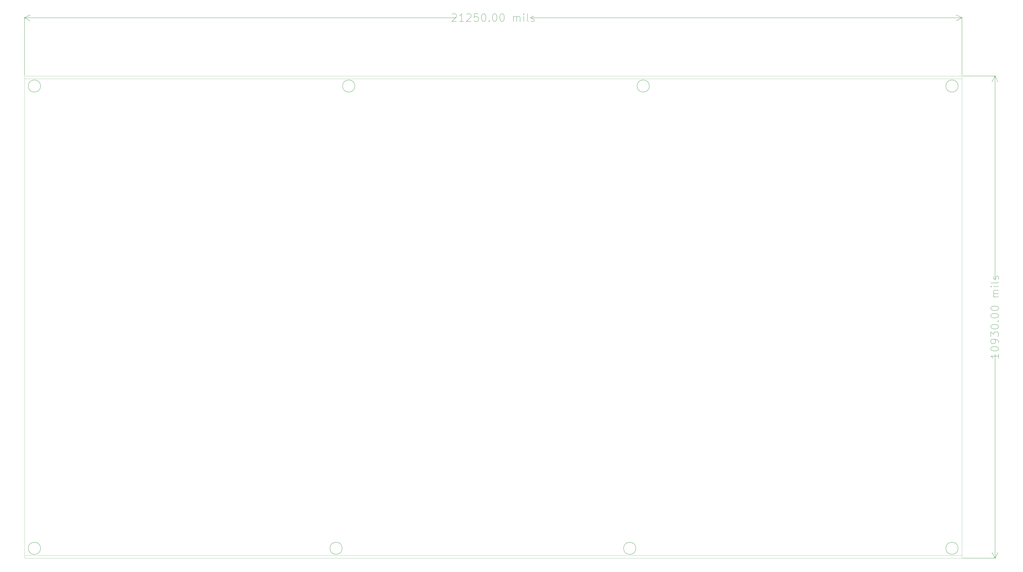
<source format=gbr>
G04 #@! TF.GenerationSoftware,KiCad,Pcbnew,8.0.6-unknown-202411051418~a3eff548b7~ubuntu20.04.1*
G04 #@! TF.CreationDate,2024-11-07T21:25:44-05:00*
G04 #@! TF.ProjectId,ARX,4152582e-6b69-4636-9164-5f7063625858,Revision I*
G04 #@! TF.SameCoordinates,Original*
G04 #@! TF.FileFunction,Other,Comment*
%FSLAX46Y46*%
G04 Gerber Fmt 4.6, Leading zero omitted, Abs format (unit mm)*
G04 Created by KiCad (PCBNEW 8.0.6-unknown-202411051418~a3eff548b7~ubuntu20.04.1) date 2024-11-07 21:25:44*
%MOMM*%
%LPD*%
G01*
G04 APERTURE LIST*
%ADD10C,0.100000*%
%ADD11C,0.150000*%
G04 APERTURE END LIST*
D10*
X702511012Y-406570708D02*
X162761012Y-406570708D01*
X162761012Y-130536208D02*
X702511012Y-130536208D01*
X702511012Y-408158208D01*
X162761012Y-408158208D01*
X162761012Y-130536208D01*
X702511012Y-132123708D02*
X162761012Y-132123708D01*
D11*
X723609553Y-290513873D02*
X723609553Y-293053873D01*
X723609553Y-291783873D02*
X719164553Y-291783873D01*
X719164553Y-291783873D02*
X719799553Y-292207206D01*
X719799553Y-292207206D02*
X720222887Y-292630540D01*
X720222887Y-292630540D02*
X720434553Y-293053873D01*
X719164553Y-287762207D02*
X719164553Y-287338873D01*
X719164553Y-287338873D02*
X719376220Y-286915540D01*
X719376220Y-286915540D02*
X719587887Y-286703873D01*
X719587887Y-286703873D02*
X720011220Y-286492207D01*
X720011220Y-286492207D02*
X720857887Y-286280540D01*
X720857887Y-286280540D02*
X721916220Y-286280540D01*
X721916220Y-286280540D02*
X722762887Y-286492207D01*
X722762887Y-286492207D02*
X723186220Y-286703873D01*
X723186220Y-286703873D02*
X723397887Y-286915540D01*
X723397887Y-286915540D02*
X723609553Y-287338873D01*
X723609553Y-287338873D02*
X723609553Y-287762207D01*
X723609553Y-287762207D02*
X723397887Y-288185540D01*
X723397887Y-288185540D02*
X723186220Y-288397207D01*
X723186220Y-288397207D02*
X722762887Y-288608873D01*
X722762887Y-288608873D02*
X721916220Y-288820540D01*
X721916220Y-288820540D02*
X720857887Y-288820540D01*
X720857887Y-288820540D02*
X720011220Y-288608873D01*
X720011220Y-288608873D02*
X719587887Y-288397207D01*
X719587887Y-288397207D02*
X719376220Y-288185540D01*
X719376220Y-288185540D02*
X719164553Y-287762207D01*
X723609553Y-284163874D02*
X723609553Y-283317207D01*
X723609553Y-283317207D02*
X723397887Y-282893874D01*
X723397887Y-282893874D02*
X723186220Y-282682207D01*
X723186220Y-282682207D02*
X722551220Y-282258874D01*
X722551220Y-282258874D02*
X721704553Y-282047207D01*
X721704553Y-282047207D02*
X720011220Y-282047207D01*
X720011220Y-282047207D02*
X719587887Y-282258874D01*
X719587887Y-282258874D02*
X719376220Y-282470540D01*
X719376220Y-282470540D02*
X719164553Y-282893874D01*
X719164553Y-282893874D02*
X719164553Y-283740540D01*
X719164553Y-283740540D02*
X719376220Y-284163874D01*
X719376220Y-284163874D02*
X719587887Y-284375540D01*
X719587887Y-284375540D02*
X720011220Y-284587207D01*
X720011220Y-284587207D02*
X721069553Y-284587207D01*
X721069553Y-284587207D02*
X721492887Y-284375540D01*
X721492887Y-284375540D02*
X721704553Y-284163874D01*
X721704553Y-284163874D02*
X721916220Y-283740540D01*
X721916220Y-283740540D02*
X721916220Y-282893874D01*
X721916220Y-282893874D02*
X721704553Y-282470540D01*
X721704553Y-282470540D02*
X721492887Y-282258874D01*
X721492887Y-282258874D02*
X721069553Y-282047207D01*
X719164553Y-280565541D02*
X719164553Y-277813874D01*
X719164553Y-277813874D02*
X720857887Y-279295541D01*
X720857887Y-279295541D02*
X720857887Y-278660541D01*
X720857887Y-278660541D02*
X721069553Y-278237207D01*
X721069553Y-278237207D02*
X721281220Y-278025541D01*
X721281220Y-278025541D02*
X721704553Y-277813874D01*
X721704553Y-277813874D02*
X722762887Y-277813874D01*
X722762887Y-277813874D02*
X723186220Y-278025541D01*
X723186220Y-278025541D02*
X723397887Y-278237207D01*
X723397887Y-278237207D02*
X723609553Y-278660541D01*
X723609553Y-278660541D02*
X723609553Y-279930541D01*
X723609553Y-279930541D02*
X723397887Y-280353874D01*
X723397887Y-280353874D02*
X723186220Y-280565541D01*
X719164553Y-275062208D02*
X719164553Y-274638874D01*
X719164553Y-274638874D02*
X719376220Y-274215541D01*
X719376220Y-274215541D02*
X719587887Y-274003874D01*
X719587887Y-274003874D02*
X720011220Y-273792208D01*
X720011220Y-273792208D02*
X720857887Y-273580541D01*
X720857887Y-273580541D02*
X721916220Y-273580541D01*
X721916220Y-273580541D02*
X722762887Y-273792208D01*
X722762887Y-273792208D02*
X723186220Y-274003874D01*
X723186220Y-274003874D02*
X723397887Y-274215541D01*
X723397887Y-274215541D02*
X723609553Y-274638874D01*
X723609553Y-274638874D02*
X723609553Y-275062208D01*
X723609553Y-275062208D02*
X723397887Y-275485541D01*
X723397887Y-275485541D02*
X723186220Y-275697208D01*
X723186220Y-275697208D02*
X722762887Y-275908874D01*
X722762887Y-275908874D02*
X721916220Y-276120541D01*
X721916220Y-276120541D02*
X720857887Y-276120541D01*
X720857887Y-276120541D02*
X720011220Y-275908874D01*
X720011220Y-275908874D02*
X719587887Y-275697208D01*
X719587887Y-275697208D02*
X719376220Y-275485541D01*
X719376220Y-275485541D02*
X719164553Y-275062208D01*
X723186220Y-271675541D02*
X723397887Y-271463875D01*
X723397887Y-271463875D02*
X723609553Y-271675541D01*
X723609553Y-271675541D02*
X723397887Y-271887208D01*
X723397887Y-271887208D02*
X723186220Y-271675541D01*
X723186220Y-271675541D02*
X723609553Y-271675541D01*
X719164553Y-268712208D02*
X719164553Y-268288874D01*
X719164553Y-268288874D02*
X719376220Y-267865541D01*
X719376220Y-267865541D02*
X719587887Y-267653874D01*
X719587887Y-267653874D02*
X720011220Y-267442208D01*
X720011220Y-267442208D02*
X720857887Y-267230541D01*
X720857887Y-267230541D02*
X721916220Y-267230541D01*
X721916220Y-267230541D02*
X722762887Y-267442208D01*
X722762887Y-267442208D02*
X723186220Y-267653874D01*
X723186220Y-267653874D02*
X723397887Y-267865541D01*
X723397887Y-267865541D02*
X723609553Y-268288874D01*
X723609553Y-268288874D02*
X723609553Y-268712208D01*
X723609553Y-268712208D02*
X723397887Y-269135541D01*
X723397887Y-269135541D02*
X723186220Y-269347208D01*
X723186220Y-269347208D02*
X722762887Y-269558874D01*
X722762887Y-269558874D02*
X721916220Y-269770541D01*
X721916220Y-269770541D02*
X720857887Y-269770541D01*
X720857887Y-269770541D02*
X720011220Y-269558874D01*
X720011220Y-269558874D02*
X719587887Y-269347208D01*
X719587887Y-269347208D02*
X719376220Y-269135541D01*
X719376220Y-269135541D02*
X719164553Y-268712208D01*
X719164553Y-264478875D02*
X719164553Y-264055541D01*
X719164553Y-264055541D02*
X719376220Y-263632208D01*
X719376220Y-263632208D02*
X719587887Y-263420541D01*
X719587887Y-263420541D02*
X720011220Y-263208875D01*
X720011220Y-263208875D02*
X720857887Y-262997208D01*
X720857887Y-262997208D02*
X721916220Y-262997208D01*
X721916220Y-262997208D02*
X722762887Y-263208875D01*
X722762887Y-263208875D02*
X723186220Y-263420541D01*
X723186220Y-263420541D02*
X723397887Y-263632208D01*
X723397887Y-263632208D02*
X723609553Y-264055541D01*
X723609553Y-264055541D02*
X723609553Y-264478875D01*
X723609553Y-264478875D02*
X723397887Y-264902208D01*
X723397887Y-264902208D02*
X723186220Y-265113875D01*
X723186220Y-265113875D02*
X722762887Y-265325541D01*
X722762887Y-265325541D02*
X721916220Y-265537208D01*
X721916220Y-265537208D02*
X720857887Y-265537208D01*
X720857887Y-265537208D02*
X720011220Y-265325541D01*
X720011220Y-265325541D02*
X719587887Y-265113875D01*
X719587887Y-265113875D02*
X719376220Y-264902208D01*
X719376220Y-264902208D02*
X719164553Y-264478875D01*
X723609553Y-257705541D02*
X720646220Y-257705541D01*
X721069553Y-257705541D02*
X720857887Y-257493875D01*
X720857887Y-257493875D02*
X720646220Y-257070541D01*
X720646220Y-257070541D02*
X720646220Y-256435541D01*
X720646220Y-256435541D02*
X720857887Y-256012208D01*
X720857887Y-256012208D02*
X721281220Y-255800541D01*
X721281220Y-255800541D02*
X723609553Y-255800541D01*
X721281220Y-255800541D02*
X720857887Y-255588875D01*
X720857887Y-255588875D02*
X720646220Y-255165541D01*
X720646220Y-255165541D02*
X720646220Y-254530541D01*
X720646220Y-254530541D02*
X720857887Y-254107208D01*
X720857887Y-254107208D02*
X721281220Y-253895541D01*
X721281220Y-253895541D02*
X723609553Y-253895541D01*
X723609553Y-251778874D02*
X720646220Y-251778874D01*
X719164553Y-251778874D02*
X719376220Y-251990541D01*
X719376220Y-251990541D02*
X719587887Y-251778874D01*
X719587887Y-251778874D02*
X719376220Y-251567208D01*
X719376220Y-251567208D02*
X719164553Y-251778874D01*
X719164553Y-251778874D02*
X719587887Y-251778874D01*
X723609553Y-249027207D02*
X723397887Y-249450541D01*
X723397887Y-249450541D02*
X722974553Y-249662207D01*
X722974553Y-249662207D02*
X719164553Y-249662207D01*
X723397887Y-247545541D02*
X723609553Y-247122208D01*
X723609553Y-247122208D02*
X723609553Y-246275541D01*
X723609553Y-246275541D02*
X723397887Y-245852208D01*
X723397887Y-245852208D02*
X722974553Y-245640541D01*
X722974553Y-245640541D02*
X722762887Y-245640541D01*
X722762887Y-245640541D02*
X722339553Y-245852208D01*
X722339553Y-245852208D02*
X722127887Y-246275541D01*
X722127887Y-246275541D02*
X722127887Y-246910541D01*
X722127887Y-246910541D02*
X721916220Y-247333874D01*
X721916220Y-247333874D02*
X721492887Y-247545541D01*
X721492887Y-247545541D02*
X721281220Y-247545541D01*
X721281220Y-247545541D02*
X720857887Y-247333874D01*
X720857887Y-247333874D02*
X720646220Y-246910541D01*
X720646220Y-246910541D02*
X720646220Y-246275541D01*
X720646220Y-246275541D02*
X720857887Y-245852208D01*
X703011012Y-130536208D02*
X722147432Y-130536208D01*
X703011012Y-408158208D02*
X722147432Y-408158208D01*
X721561012Y-130536208D02*
X721561012Y-248082541D01*
X721561012Y-290611874D02*
X721561012Y-408158208D01*
X721561012Y-130536208D02*
X723320274Y-133915719D01*
X721561012Y-130536208D02*
X719801750Y-133915719D01*
X721561012Y-408158208D02*
X719801750Y-404778697D01*
X721561012Y-408158208D02*
X723320274Y-404778697D01*
X408929346Y-95035083D02*
X409141013Y-94823416D01*
X409141013Y-94823416D02*
X409564346Y-94611749D01*
X409564346Y-94611749D02*
X410622680Y-94611749D01*
X410622680Y-94611749D02*
X411046013Y-94823416D01*
X411046013Y-94823416D02*
X411257680Y-95035083D01*
X411257680Y-95035083D02*
X411469346Y-95458416D01*
X411469346Y-95458416D02*
X411469346Y-95881749D01*
X411469346Y-95881749D02*
X411257680Y-96516749D01*
X411257680Y-96516749D02*
X408717680Y-99056749D01*
X408717680Y-99056749D02*
X411469346Y-99056749D01*
X415702679Y-99056749D02*
X413162679Y-99056749D01*
X414432679Y-99056749D02*
X414432679Y-94611749D01*
X414432679Y-94611749D02*
X414009346Y-95246749D01*
X414009346Y-95246749D02*
X413586013Y-95670083D01*
X413586013Y-95670083D02*
X413162679Y-95881749D01*
X417396012Y-95035083D02*
X417607679Y-94823416D01*
X417607679Y-94823416D02*
X418031012Y-94611749D01*
X418031012Y-94611749D02*
X419089346Y-94611749D01*
X419089346Y-94611749D02*
X419512679Y-94823416D01*
X419512679Y-94823416D02*
X419724346Y-95035083D01*
X419724346Y-95035083D02*
X419936012Y-95458416D01*
X419936012Y-95458416D02*
X419936012Y-95881749D01*
X419936012Y-95881749D02*
X419724346Y-96516749D01*
X419724346Y-96516749D02*
X417184346Y-99056749D01*
X417184346Y-99056749D02*
X419936012Y-99056749D01*
X423957679Y-94611749D02*
X421841012Y-94611749D01*
X421841012Y-94611749D02*
X421629345Y-96728416D01*
X421629345Y-96728416D02*
X421841012Y-96516749D01*
X421841012Y-96516749D02*
X422264345Y-96305083D01*
X422264345Y-96305083D02*
X423322679Y-96305083D01*
X423322679Y-96305083D02*
X423746012Y-96516749D01*
X423746012Y-96516749D02*
X423957679Y-96728416D01*
X423957679Y-96728416D02*
X424169345Y-97151749D01*
X424169345Y-97151749D02*
X424169345Y-98210083D01*
X424169345Y-98210083D02*
X423957679Y-98633416D01*
X423957679Y-98633416D02*
X423746012Y-98845083D01*
X423746012Y-98845083D02*
X423322679Y-99056749D01*
X423322679Y-99056749D02*
X422264345Y-99056749D01*
X422264345Y-99056749D02*
X421841012Y-98845083D01*
X421841012Y-98845083D02*
X421629345Y-98633416D01*
X426921012Y-94611749D02*
X427344345Y-94611749D01*
X427344345Y-94611749D02*
X427767678Y-94823416D01*
X427767678Y-94823416D02*
X427979345Y-95035083D01*
X427979345Y-95035083D02*
X428191012Y-95458416D01*
X428191012Y-95458416D02*
X428402678Y-96305083D01*
X428402678Y-96305083D02*
X428402678Y-97363416D01*
X428402678Y-97363416D02*
X428191012Y-98210083D01*
X428191012Y-98210083D02*
X427979345Y-98633416D01*
X427979345Y-98633416D02*
X427767678Y-98845083D01*
X427767678Y-98845083D02*
X427344345Y-99056749D01*
X427344345Y-99056749D02*
X426921012Y-99056749D01*
X426921012Y-99056749D02*
X426497678Y-98845083D01*
X426497678Y-98845083D02*
X426286012Y-98633416D01*
X426286012Y-98633416D02*
X426074345Y-98210083D01*
X426074345Y-98210083D02*
X425862678Y-97363416D01*
X425862678Y-97363416D02*
X425862678Y-96305083D01*
X425862678Y-96305083D02*
X426074345Y-95458416D01*
X426074345Y-95458416D02*
X426286012Y-95035083D01*
X426286012Y-95035083D02*
X426497678Y-94823416D01*
X426497678Y-94823416D02*
X426921012Y-94611749D01*
X430307678Y-98633416D02*
X430519345Y-98845083D01*
X430519345Y-98845083D02*
X430307678Y-99056749D01*
X430307678Y-99056749D02*
X430096011Y-98845083D01*
X430096011Y-98845083D02*
X430307678Y-98633416D01*
X430307678Y-98633416D02*
X430307678Y-99056749D01*
X433271012Y-94611749D02*
X433694345Y-94611749D01*
X433694345Y-94611749D02*
X434117678Y-94823416D01*
X434117678Y-94823416D02*
X434329345Y-95035083D01*
X434329345Y-95035083D02*
X434541012Y-95458416D01*
X434541012Y-95458416D02*
X434752678Y-96305083D01*
X434752678Y-96305083D02*
X434752678Y-97363416D01*
X434752678Y-97363416D02*
X434541012Y-98210083D01*
X434541012Y-98210083D02*
X434329345Y-98633416D01*
X434329345Y-98633416D02*
X434117678Y-98845083D01*
X434117678Y-98845083D02*
X433694345Y-99056749D01*
X433694345Y-99056749D02*
X433271012Y-99056749D01*
X433271012Y-99056749D02*
X432847678Y-98845083D01*
X432847678Y-98845083D02*
X432636012Y-98633416D01*
X432636012Y-98633416D02*
X432424345Y-98210083D01*
X432424345Y-98210083D02*
X432212678Y-97363416D01*
X432212678Y-97363416D02*
X432212678Y-96305083D01*
X432212678Y-96305083D02*
X432424345Y-95458416D01*
X432424345Y-95458416D02*
X432636012Y-95035083D01*
X432636012Y-95035083D02*
X432847678Y-94823416D01*
X432847678Y-94823416D02*
X433271012Y-94611749D01*
X437504345Y-94611749D02*
X437927678Y-94611749D01*
X437927678Y-94611749D02*
X438351011Y-94823416D01*
X438351011Y-94823416D02*
X438562678Y-95035083D01*
X438562678Y-95035083D02*
X438774345Y-95458416D01*
X438774345Y-95458416D02*
X438986011Y-96305083D01*
X438986011Y-96305083D02*
X438986011Y-97363416D01*
X438986011Y-97363416D02*
X438774345Y-98210083D01*
X438774345Y-98210083D02*
X438562678Y-98633416D01*
X438562678Y-98633416D02*
X438351011Y-98845083D01*
X438351011Y-98845083D02*
X437927678Y-99056749D01*
X437927678Y-99056749D02*
X437504345Y-99056749D01*
X437504345Y-99056749D02*
X437081011Y-98845083D01*
X437081011Y-98845083D02*
X436869345Y-98633416D01*
X436869345Y-98633416D02*
X436657678Y-98210083D01*
X436657678Y-98210083D02*
X436446011Y-97363416D01*
X436446011Y-97363416D02*
X436446011Y-96305083D01*
X436446011Y-96305083D02*
X436657678Y-95458416D01*
X436657678Y-95458416D02*
X436869345Y-95035083D01*
X436869345Y-95035083D02*
X437081011Y-94823416D01*
X437081011Y-94823416D02*
X437504345Y-94611749D01*
X444277678Y-99056749D02*
X444277678Y-96093416D01*
X444277678Y-96516749D02*
X444489345Y-96305083D01*
X444489345Y-96305083D02*
X444912678Y-96093416D01*
X444912678Y-96093416D02*
X445547678Y-96093416D01*
X445547678Y-96093416D02*
X445971011Y-96305083D01*
X445971011Y-96305083D02*
X446182678Y-96728416D01*
X446182678Y-96728416D02*
X446182678Y-99056749D01*
X446182678Y-96728416D02*
X446394345Y-96305083D01*
X446394345Y-96305083D02*
X446817678Y-96093416D01*
X446817678Y-96093416D02*
X447452678Y-96093416D01*
X447452678Y-96093416D02*
X447876011Y-96305083D01*
X447876011Y-96305083D02*
X448087678Y-96728416D01*
X448087678Y-96728416D02*
X448087678Y-99056749D01*
X450204345Y-99056749D02*
X450204345Y-96093416D01*
X450204345Y-94611749D02*
X449992678Y-94823416D01*
X449992678Y-94823416D02*
X450204345Y-95035083D01*
X450204345Y-95035083D02*
X450416012Y-94823416D01*
X450416012Y-94823416D02*
X450204345Y-94611749D01*
X450204345Y-94611749D02*
X450204345Y-95035083D01*
X452956012Y-99056749D02*
X452532679Y-98845083D01*
X452532679Y-98845083D02*
X452321012Y-98421749D01*
X452321012Y-98421749D02*
X452321012Y-94611749D01*
X454437678Y-98845083D02*
X454861012Y-99056749D01*
X454861012Y-99056749D02*
X455707678Y-99056749D01*
X455707678Y-99056749D02*
X456131012Y-98845083D01*
X456131012Y-98845083D02*
X456342678Y-98421749D01*
X456342678Y-98421749D02*
X456342678Y-98210083D01*
X456342678Y-98210083D02*
X456131012Y-97786749D01*
X456131012Y-97786749D02*
X455707678Y-97575083D01*
X455707678Y-97575083D02*
X455072678Y-97575083D01*
X455072678Y-97575083D02*
X454649345Y-97363416D01*
X454649345Y-97363416D02*
X454437678Y-96940083D01*
X454437678Y-96940083D02*
X454437678Y-96728416D01*
X454437678Y-96728416D02*
X454649345Y-96305083D01*
X454649345Y-96305083D02*
X455072678Y-96093416D01*
X455072678Y-96093416D02*
X455707678Y-96093416D01*
X455707678Y-96093416D02*
X456131012Y-96305083D01*
X162761012Y-130036208D02*
X162761012Y-96421788D01*
X702511012Y-130036208D02*
X702511012Y-96421788D01*
X162761012Y-97008208D02*
X411371346Y-97008208D01*
X453900679Y-97008208D02*
X702511012Y-97008208D01*
X162761012Y-97008208D02*
X166140523Y-95248946D01*
X162761012Y-97008208D02*
X166140523Y-98767470D01*
X702511012Y-97008208D02*
X699131501Y-98767470D01*
X702511012Y-97008208D02*
X699131501Y-95248946D01*
X345662150Y-402443208D02*
G75*
G02*
X338662150Y-402443208I-3500000J0D01*
G01*
X338662150Y-402443208D02*
G75*
G02*
X345662150Y-402443208I3500000J0D01*
G01*
X522496012Y-136251208D02*
G75*
G02*
X515496012Y-136251208I-3500000J0D01*
G01*
X515496012Y-136251208D02*
G75*
G02*
X522496012Y-136251208I3500000J0D01*
G01*
X352951012Y-136251208D02*
G75*
G02*
X345951012Y-136251208I-3500000J0D01*
G01*
X345951012Y-136251208D02*
G75*
G02*
X352951012Y-136251208I3500000J0D01*
G01*
X171976012Y-136251208D02*
G75*
G02*
X164976012Y-136251208I-3500000J0D01*
G01*
X164976012Y-136251208D02*
G75*
G02*
X171976012Y-136251208I3500000J0D01*
G01*
X700296012Y-136251208D02*
G75*
G02*
X693296012Y-136251208I-3500000J0D01*
G01*
X693296012Y-136251208D02*
G75*
G02*
X700296012Y-136251208I3500000J0D01*
G01*
X700296012Y-402443208D02*
G75*
G02*
X693296012Y-402443208I-3500000J0D01*
G01*
X693296012Y-402443208D02*
G75*
G02*
X700296012Y-402443208I3500000J0D01*
G01*
X514753649Y-402443208D02*
G75*
G02*
X507753649Y-402443208I-3500000J0D01*
G01*
X507753649Y-402443208D02*
G75*
G02*
X514753649Y-402443208I3500000J0D01*
G01*
X171976012Y-402443208D02*
G75*
G02*
X164976012Y-402443208I-3500000J0D01*
G01*
X164976012Y-402443208D02*
G75*
G02*
X171976012Y-402443208I3500000J0D01*
G01*
M02*

</source>
